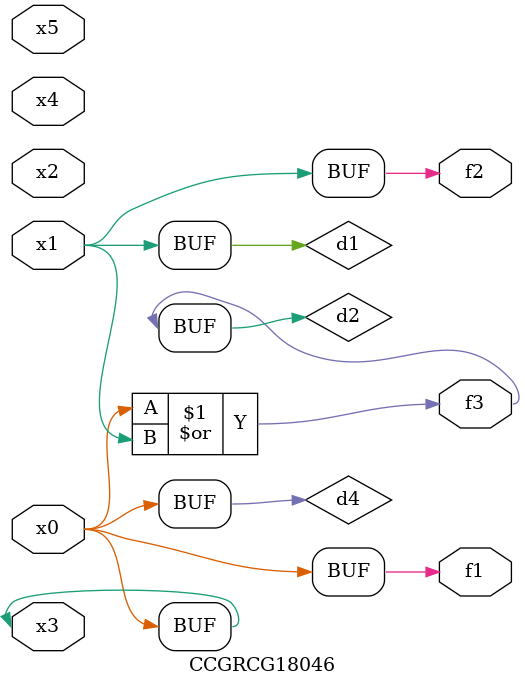
<source format=v>
module CCGRCG18046(
	input x0, x1, x2, x3, x4, x5,
	output f1, f2, f3
);

	wire d1, d2, d3, d4;

	and (d1, x1);
	or (d2, x0, x1);
	nand (d3, x0, x5);
	buf (d4, x0, x3);
	assign f1 = d4;
	assign f2 = d1;
	assign f3 = d2;
endmodule

</source>
